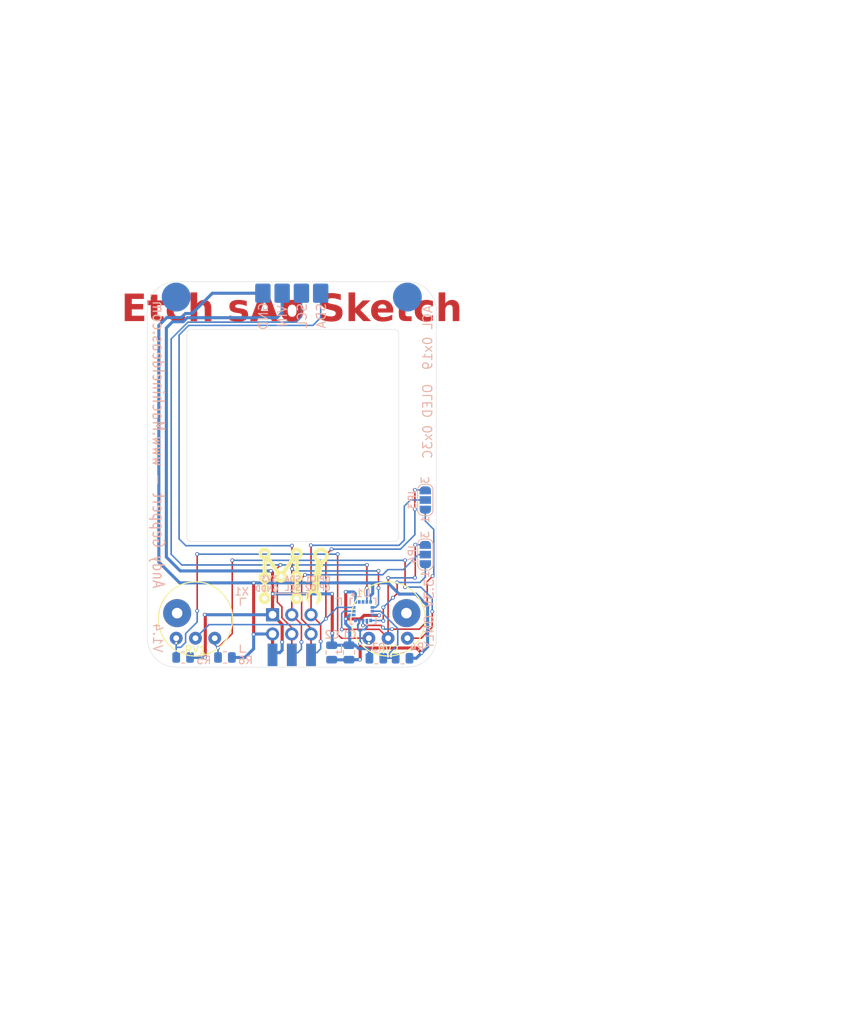
<source format=kicad_pcb>
(kicad_pcb (version 20240108) (generator "pcbnew") (generator_version "8.0")
  (title_block (title "SAO Sketch - PCB Layout") (date "2025-01-13") (rev "1.3") (company "Andy Geppert - Machine Ideas, LLC"))
  (layers (0 "F.Cu" signal) (31 "B.Cu" signal) (34 "B.Paste" user) (35 "F.Paste" user) (36 "B.SilkS" user "B.Silkscreen") (37 "F.SilkS" user "F.Silkscreen") (38 "B.Mask" user) (39 "F.Mask" user) (44 "Edge.Cuts" user))
  (net 0 "")
  (net 1 "VIN")
  (net 2 "Net-(U1-SDO{slash}SA0)")
  (net 3 "GND")
  (net 4 "/POT1L")
  (net 5 "/GPIO2")
  (net 6 "/INT1")
  (net 7 "Net-(R5-Pad2)")
  (net 8 "/GPIO1")
  (net 9 "Net-(R6-Pad1)")
  (net 10 "/SCL")
  (net 11 "/SDA")
  (net 12 "/POT2R")
  (net 13 "/INT2")
  (footprint "Andy_Footprint_Library:POT_RES3_91A_TTE" (layer "F.Cu") (at 65.6082 146.1656)
    (property "Reference" "RV1" (at 2.54 1.524 0) (layer "F.SilkS"))
    (property "Value" "R_POT_5K")
    (pad "1" thru_hole circle (at 0 0) (size 1.7 1.7) (drill 0.762) (layers "*.Cu" "*.Mask") (net 7 "Net-(R5-Pad2)"))
    (pad "2" thru_hole circle (at 2.54 0) (size 1.7 1.7) (drill 0.762) (layers "*.Cu" "*.Mask") (net 4 "/POT1L"))
    (pad "3" thru_hole circle (at 5.08 0) (size 1.7 1.7) (drill 0.762) (layers "*.Cu" "*.Mask") (net 9 "Net-(R6-Pad1)"))
  )
  (footprint "Andy_Footprint_Library:Badgelife-SAOv169-BADGE-2x3-Edge-Connect-no-front-text-shortened" (layer "F.Cu") (at 80.8482 144.3456)
    (property "Reference" "X1" (at -6.604 -4.318 0) (layer "B.SilkS") (effects (justify mirror)))
    (property "Value" "SAO_conn_SFH11-NBPC-D03-ST-BK")
    (fp_text user "GPIO1" (at 3.429 -5.969 0) (layer "B.SilkS") (effects (font (size 0.75 0.75)) (justify mirror)))
    (fp_text user "3V3" (at -2.921 -5.969 0) (layer "B.SilkS") (effects (font (size 0.75 0.75)) (justify mirror)))
    (fp_text user "GNDD" (at -3.302 -4.699 0) (layer "B.SilkS") (effects (font (size 0.75 0.75)) (justify mirror)))
    (fp_text user "SDA" (at 0.127 -5.969 0) (layer "B.SilkS") (effects (font (size 0.75 0.75)) (justify mirror)))
    (fp_text user "SCL" (at 0.127 -4.826 0) (layer "B.SilkS") (effects (font (size 0.75 0.75)) (justify mirror)))
    (fp_text user "GPIO2" (at 3.429 -4.826 0) (layer "B.SilkS") (effects (font (size 0.75 0.75)) (justify mirror)))
    (pad "1" thru_hole rect (at -2.54 -1.27 270) (size 1.7272 1.7272) (drill 1.016) (layers "*.Cu" "*.Mask") (net 1 "VIN"))
    (pad "1" smd rect (at -2.54 4.02) (size 1.27 2.96) (layers "B.Cu" "B.Mask") (net 1 "VIN"))
    (pad "2" thru_hole circle (at -2.54 1.27 270) (size 1.7272 1.7272) (drill 1.016) (layers "*.Cu" "*.Mask") (net 3 "GND"))
    (pad "2" smd rect (at -2.54 4.02) (size 1.27 2.96) (layers "F.Cu" "F.Mask") (net 3 "GND"))
    (pad "3" thru_hole oval (at 0 -1.27 270) (size 1.7272 1.7272) (drill 1.016) (layers "*.Cu" "*.Mask") (net 11 "/SDA"))
    (pad "3" smd rect (at 0 4.02) (size 1.27 2.96) (layers "B.Cu" "B.Mask") (net 11 "/SDA"))
    (pad "4" thru_hole oval (at 0 1.27 270) (size 1.7272 1.7272) (drill 1.016) (layers "*.Cu" "*.Mask") (net 10 "/SCL"))
    (pad "4" smd rect (at 0 4.02) (size 1.27 2.96) (layers "F.Cu" "F.Mask") (net 10 "/SCL"))
    (pad "5" thru_hole circle (at 2.54 -1.27 270) (size 1.7272 1.7272) (drill 1.016) (layers "*.Cu" "*.Mask") (net 8 "/GPIO1"))
    (pad "5" smd rect (at 2.54 4.02) (size 1.27 2.96) (layers "B.Cu" "B.Mask") (net 8 "/GPIO1"))
    (pad "6" thru_hole circle (at 2.54 1.27 270) (size 1.7272 1.7272) (drill 1.016) (layers "*.Cu" "*.Mask") (net 5 "/GPIO2"))
    (pad "6" smd rect (at 2.54 4.02) (size 1.27 2.96) (layers "F.Cu" "F.Mask") (net 5 "/GPIO2"))
  )
  (footprint "Andy_Footprint_Library:Machine_Ideas_logo" (layer "F.Cu") (at 81.530444 138.22024)
    (property "Reference" "L3" (hide yes))
    (property "Value" "Core_64_Logo" (hide yes))
  )
  (footprint "Andy_Footprint_Library:POT_RES3_91A_TTE" (layer "F.Cu") (at 91.0082 146.1656)
    (property "Reference" "RV2" (at 2.54 1.524 0) (layer "F.SilkS"))
    (property "Value" "R_POT_5K")
    (pad "1" thru_hole circle (at 0 0) (size 1.7 1.7) (drill 0.762) (layers "*.Cu" "*.Mask") (net 7 "Net-(R5-Pad2)"))
    (pad "2" thru_hole circle (at 2.54 0) (size 1.7 1.7) (drill 0.762) (layers "*.Cu" "*.Mask") (net 12 "/POT2R"))
    (pad "3" thru_hole circle (at 5.08 0) (size 1.7 1.7) (drill 0.762) (layers "*.Cu" "*.Mask") (net 9 "Net-(R6-Pad1)"))
  )
  (footprint "Jumper:SolderJumper-3_P1.3mm_Open_RoundedPad1.0x1.5mm_NumberLabels" (layer "B.Cu") (at 98.4504 127.9538 90)
    (property "Reference" "JP3" (at 0.127 -1.7018 90) (layer "B.SilkS") (effects (justify mirror)))
    (property "Value" "SolderJumper_3_Open")
    (fp_text user "3" (at 2.6 0 90) (layer "B.SilkS") (effects (justify mirror)))
    (fp_text user "1" (at -2.6 0 90) (layer "B.SilkS") (effects (justify mirror)))
    (pad "1" smd custom (at -1.3 0 90) (size 1 0.5) (layers "B.Cu" "B.Mask") (net 6 "/INT1") (options (clearance outline) (anchor rect)) (primitives (gr_circle (center 0 -0.25) (end 0.5 -0.25) (width 0) (fill yes)) (gr_circle (center 0 0.25) (end 0.5 0.25) (width 0) (fill yes)) (gr_poly (pts (xy 0.55 -0.75) (xy 0 -0.75) (xy 0 0.75) (xy 0.55 0.75)) (width 0) (fill yes))))
    (pad "2" smd rect (at 0 0 90) (size 1 1.5) (layers "B.Cu" "B.Mask") (net 8 "/GPIO1"))
    (pad "3" smd custom (at 1.3 0 90) (size 1 0.5) (layers "B.Cu" "B.Mask") (net 4 "/POT1L") (options (clearance outline) (anchor rect)) (primitives (gr_circle (center 0 -0.25) (end 0.5 -0.25) (width 0) (fill yes)) (gr_circle (center 0 0.25) (end 0.5 0.25) (width 0) (fill yes)) (gr_poly (pts (xy 0 -0.75) (xy -0.55 -0.75) (xy -0.55 0.75) (xy 0 0.75)) (width 0) (fill yes))))
  )
  (footprint "Andy_Footprint_Library:LGA-16_3x3x1mm_STM" (layer "B.Cu") (at 90.2462 142.6096 -90)
    (property "Reference" "U1" (at -2.3876 -0.0254 0) (layer "B.SilkS") (effects (justify mirror)))
    (property "Value" "LIS3DHTR")
    (fp_text user "*" (at -2.5146 1.3462 180) (layer "B.SilkS") (effects (justify mirror)))
    (pad "1" smd rect (at -1.224999 1.000001 180) (size 0.3556 0.4572) (layers "B.Cu" "B.Paste" "B.Mask") (net 1 "VIN"))
    (pad "2" smd rect (at -1.224999 0.499999 180) (size 0.3556 0.4572) (layers "B.Cu" "B.Paste" "B.Mask"))
    (pad "3" smd rect (at -1.224999 0 180) (size 0.3556 0.4572) (layers "B.Cu" "B.Paste" "B.Mask"))
    (pad "4" smd rect (at -1.224999 -0.499999 180) (size 0.3556 0.4572) (layers "B.Cu" "B.Paste" "B.Mask") (net 10 "/SCL"))
    (pad "5" smd rect (at -1.224999 -1.000001 180) (size 0.3556 0.4572) (layers "B.Cu" "B.Paste" "B.Mask") (net 3 "GND"))
    (pad "6" smd rect (at -0.499999 -1.224999 270) (size 0.3556 0.4572) (layers "B.Cu" "B.Paste" "B.Mask") (net 11 "/SDA"))
    (pad "7" smd rect (at 0 -1.224999 270) (size 0.3556 0.4572) (layers "B.Cu" "B.Paste" "B.Mask") (net 2 "Net-(U1-SDO{slash}SA0)"))
    (pad "8" smd rect (at 0.499999 -1.224999 270) (size 0.3556 0.4572) (layers "B.Cu" "B.Paste" "B.Mask") (net 1 "VIN"))
    (pad "9" smd rect (at 1.224999 -1.000001 180) (size 0.3556 0.4572) (layers "B.Cu" "B.Paste" "B.Mask") (net 13 "/INT2"))
    (pad "10" smd rect (at 1.224999 -0.499999 180) (size 0.3556 0.4572) (layers "B.Cu" "B.Paste" "B.Mask") (net 3 "GND"))
    (pad "11" smd rect (at 1.224999 0 180) (size 0.3556 0.4572) (layers "B.Cu" "B.Paste" "B.Mask") (net 6 "/INT1"))
    (pad "12" smd rect (at 1.224999 0.499999 180) (size 0.3556 0.4572) (layers "B.Cu" "B.Paste" "B.Mask") (net 3 "GND"))
    (pad "13" smd rect (at 1.224999 1.000001 180) (size 0.3556 0.4572) (layers "B.Cu" "B.Paste" "B.Mask"))
    (pad "14" smd rect (at 0.499999 1.224999 270) (size 0.3556 0.4572) (layers "B.Cu" "B.Paste" "B.Mask") (net 1 "VIN"))
    (pad "15" smd rect (at 0 1.224999 270) (size 0.3556 0.4572) (layers "B.Cu" "B.Paste" "B.Mask") (net 12 "/POT2R"))
    (pad "16" smd rect (at -0.499999 1.224999 270) (size 0.3556 0.4572) (layers "B.Cu" "B.Paste" "B.Mask") (net 4 "/POT1L"))
  )
  (footprint "Andy_Footprint_Library:OLED_1.50_128x128" (layer "B.Cu") (at 80.8482 122.0356 180)
    (property "Reference" "X2" (hide yes))
    (property "Value" "OLED_128x128")
    (fp_line (start 13.843 -10.862) (end 13.843 16.062) (stroke (width 0.05)) (layer "Edge.Cuts"))
    (fp_line (start 13.335 16.57) (end -13.589 16.57) (stroke (width 0.05)) (layer "Edge.Cuts"))
    (fp_line (start -13.589 -11.37) (end 13.335 -11.37) (stroke (width 0.05)) (layer "Edge.Cuts"))
    (fp_line (start -14.097 16.062) (end -14.097 -10.862) (stroke (width 0.05)) (layer "Edge.Cuts"))
    (fp_arc (start 13.843 16.062) (mid 13.69421 16.42121) (end 13.335 16.57) (stroke (width 0.05)) (layer "Edge.Cuts"))
    (fp_arc (start 13.335 -11.37) (mid 13.69421 -11.22121) (end 13.843 -10.862) (stroke (width 0.05)) (layer "Edge.Cuts"))
    (fp_arc (start -13.589 16.57) (mid -13.94821 16.42121) (end -14.097 16.062) (stroke (width 0.05)) (layer "Edge.Cuts"))
    (fp_arc (start -14.097 -10.862) (mid -13.94821 -11.22121) (end -13.589 -11.37) (stroke (width 0.05)) (layer "Edge.Cuts"))
    (pad "1" smd roundrect (at 3.81 21.336 180) (size 2.032 2.54) (layers "B.Cu" "B.Paste" "B.Mask") (roundrect_rratio 0.125) (net 3 "GND"))
    (pad "2" smd roundrect (at 1.27 21.336 180) (size 2.032 2.54) (layers "B.Cu" "B.Paste" "B.Mask") (roundrect_rratio 0.125) (net 1 "VIN"))
    (pad "3" smd roundrect (at -1.27 21.336 180) (size 2.032 2.54) (layers "B.Cu" "B.Paste" "B.Mask") (roundrect_rratio 0.125) (net 10 "/SCL"))
    (pad "4" smd roundrect (at -3.81 21.336 180) (size 2.032 2.54) (layers "B.Cu" "B.Paste" "B.Mask") (roundrect_rratio 0.125) (net 11 "/SDA"))
    (pad "NC" smd circle (at -15.24 20.828 180) (size 3.81 3.81) (layers "B.Cu" "B.Paste" "B.Mask"))
    (pad "NC" thru_hole circle (at -15.115 -20.828 180) (size 3.7 3.7) (drill 1.4) (layers "*.Cu" "*.Mask"))
    (pad "NC" thru_hole circle (at 15.115 -20.828 180) (size 3.7 3.7) (drill 1.4) (layers "*.Cu" "*.Mask"))
    (pad "NC" smd circle (at 15.24 20.828 180) (size 3.81 3.81) (layers "B.Cu" "B.Paste" "B.Mask"))
  )
  (footprint "Resistor_SMD:R_0805_2012Metric" (layer "B.Cu") (at 92.0007 148.8072)
    (property "Reference" "R3" (at 0.2521 -1.4224 0) (layer "B.SilkS") (effects (justify mirror)))
    (property "Value" "10K")
    (pad "1" smd roundrect (at -0.9125 0) (size 1.025 1.4) (layers "B.Cu" "B.Paste" "B.Mask") (roundrect_rratio 0.243902) (net 1 "VIN"))
    (pad "2" smd roundrect (at 0.9125 0) (size 1.025 1.4) (layers "B.Cu" "B.Paste" "B.Mask") (roundrect_rratio 0.243902) (net 2 "Net-(U1-SDO{slash}SA0)"))
  )
  (footprint "Resistor_SMD:R_0805_2012Metric" (layer "B.Cu") (at 95.4532 148.8072)
    (property "Reference" "R4" (at 1.895 -1.4478 0) (layer "B.SilkS") (effects (justify mirror)))
    (property "Value" "10K")
    (pad "1" smd roundrect (at -0.9125 0) (size 1.025 1.4) (layers "B.Cu" "B.Paste" "B.Mask") (roundrect_rratio 0.243902) (net 2 "Net-(U1-SDO{slash}SA0)"))
    (pad "2" smd roundrect (at 0.9125 0) (size 1.025 1.4) (layers "B.Cu" "B.Paste" "B.Mask") (roundrect_rratio 0.243902) (net 3 "GND"))
  )
  (footprint "Capacitor_SMD:C_0805_2012Metric" (layer "B.Cu") (at 88.392 148.0452 -90)
    (property "Reference" "C1" (at -2.3876 -0.0254 180) (layer "B.SilkS") (effects (justify mirror)))
    (property "Value" "0.1uF")
    (pad "1" smd roundrect (at -0.95 0 270) (size 1 1.45) (layers "B.Cu" "B.Paste" "B.Mask") (net 1 "VIN"))
    (pad "2" smd roundrect (at 0.95 0 270) (size 1 1.45) (layers "B.Cu" "B.Paste" "B.Mask") (net 3 "GND"))
  )
  (footprint "Resistor_SMD:R_0805_2012Metric" (layer "B.Cu") (at 66.5226 148.7056 180)
    (property "Reference" "R5" (at -2.7256 -0.37 0) (layer "B.SilkS") (effects (justify mirror)))
    (property "Value" "10K")
    (pad "1" smd roundrect (at -0.9125 0 180) (size 1.025 1.4) (layers "B.Cu" "B.Paste" "B.Mask") (roundrect_rratio 0.243902) (net 1 "VIN"))
    (pad "2" smd roundrect (at 0.9125 0 180) (size 1.025 1.4) (layers "B.Cu" "B.Paste" "B.Mask") (roundrect_rratio 0.243902) (net 7 "Net-(R5-Pad2)"))
  )
  (footprint "Resistor_SMD:R_0805_2012Metric" (layer "B.Cu") (at 72.0344 148.7056)
    (property "Reference" "R6" (at 2.7138 0.37 0) (layer "B.SilkS") (effects (justify mirror)))
    (property "Value" "4K7")
    (pad "1" smd roundrect (at -0.9125 0) (size 1.025 1.4) (layers "B.Cu" "B.Paste" "B.Mask") (roundrect_rratio 0.243902) (net 9 "Net-(R6-Pad1)"))
    (pad "2" smd roundrect (at 0.9125 0) (size 1.025 1.4) (layers "B.Cu" "B.Paste" "B.Mask") (roundrect_rratio 0.243902) (net 3 "GND"))
  )
  (footprint "Capacitor_SMD:C_0805_2012Metric" (layer "B.Cu") (at 86.106 148.0452 -90)
    (property "Reference" "C2" (at -2.3368 -0.0508 180) (layer "B.SilkS") (effects (justify mirror)))
    (property "Value" "10uF")
    (pad "1" smd roundrect (at -0.95 0 270) (size 1 1.45) (layers "B.Cu" "B.Paste" "B.Mask") (net 1 "VIN"))
    (pad "2" smd roundrect (at 0.95 0 270) (size 1 1.45) (layers "B.Cu" "B.Paste" "B.Mask") (net 3 "GND"))
  )
  (footprint "Jumper:SolderJumper-3_P1.3mm_Open_RoundedPad1.0x1.5mm_NumberLabels" (layer "B.Cu") (at 98.4504 135.142 90)
    (property "Reference" "JP4" (at 0.1524 -1.7018 90) (layer "B.SilkS") (effects (justify mirror)))
    (property "Value" "SolderJumper_3_Open")
    (fp_text user "1" (at -2.6 0 90) (layer "B.SilkS") (effects (justify mirror)))
    (fp_text user "3" (at 2.6 0 90) (layer "B.SilkS") (effects (justify mirror)))
    (pad "1" smd custom (at -1.3 0 90) (size 1 0.5) (layers "B.Cu" "B.Mask") (net 13 "/INT2") (options (clearance outline) (anchor rect)) (primitives (gr_circle (center 0 -0.25) (end 0.5 -0.25) (width 0) (fill yes)) (gr_circle (center 0 0.25) (end 0.5 0.25) (width 0) (fill yes)) (gr_poly (pts (xy 0.55 -0.75) (xy 0 -0.75) (xy 0 0.75) (xy 0.55 0.75)) (width 0) (fill yes))))
    (pad "2" smd rect (at 0 0 90) (size 1 1.5) (layers "B.Cu" "B.Mask") (net 5 "/GPIO2"))
    (pad "3" smd custom (at 1.3 0 90) (size 1 0.5) (layers "B.Cu" "B.Mask") (net 12 "/POT2R") (options (clearance outline) (anchor rect)) (primitives (gr_circle (center 0 -0.25) (end 0.5 -0.25) (width 0) (fill yes)) (gr_circle (center 0 0.25) (end 0.5 0.25) (width 0) (fill yes)) (gr_poly (pts (xy 0 -0.75) (xy -0.55 -0.75) (xy -0.55 0.75) (xy 0 0.75)) (width 0) (fill yes))))
  )
  (gr_line (start 99.8982 102.9856) (end 99.8982 146.1656) (stroke (width 0.05)) (layer "Edge.Cuts"))
  (gr_arc (start 61.7982 102.9856) (mid 62.914123 100.291523) (end 65.6082 99.1756) (stroke (width 0.05)) (layer "Edge.Cuts"))
  (gr_line (start 61.7982 146.1656) (end 61.7982 102.9856) (stroke (width 0.05)) (layer "Edge.Cuts"))
  (gr_arc (start 96.0882 99.1756) (mid 98.782277 100.291523) (end 99.8982 102.9856) (stroke (width 0.05)) (layer "Edge.Cuts"))
  (gr_line (start 65.6082 149.9756) (end 96.0882 149.9756) (stroke (width 0.05)) (layer "Edge.Cuts"))
  (gr_arc (start 99.8982 146.1656) (mid 98.782277 148.859677) (end 96.0882 149.9756) (stroke (width 0.05)) (layer "Edge.Cuts"))
  (gr_arc (start 65.6082 149.9756) (mid 62.914123 148.859677) (end 61.7982 146.1656) (stroke (width 0.05)) (layer "Edge.Cuts"))
  (gr_line (start 65.6082 99.1756) (end 96.0882 99.1756) (stroke (width 0.05)) (layer "Edge.Cuts"))
  (gr_text "Etch sAo Sketch" (at 80.8482 104.9756 0) (layer "F.Cu") (effects (font (size 3.556 3.556) (thickness 0.508) (bold yes)) (justify bottom)))
  (gr_text "3.3V ONLY" (at 98.9584 142.9398 90) (layer "B.SilkS") (effects (font (size 1.2 1.2)) (justify mirror)))
  (gr_text "SCL" (at 82.2198 103.646 90) (layer "B.SilkS") (effects (font (size 1.2 1.2) (thickness 0.1524)) (justify mirror)))
  (gr_text "SDA" (at 84.7344 103.6714 90) (layer "B.SilkS") (effects (font (size 1.2 1.2) (thickness 0.1524)) (justify mirror)))
  (gr_text "ACL 0x19  OLED 0x3C" (at 98.7552 112.409 90) (layer "B.SilkS") (effects (font (size 1.2 1.2)) (justify mirror)))
  (gr_text "GND" (at 77.0982 103.7256 90) (layer "B.SilkS") (effects (font (size 1.2 1.2) (thickness 0.1524)) (justify mirror)))
  (gr_text "V1.4" (at 63.1698 146.1148 270) (layer "B.SilkS") (effects (font (size 1.2 1.2)) (justify mirror)))
  (gr_text "VIN" (at 79.5982 103.7256 90) (layer "B.SilkS") (effects (font (size 1.2 1.2) (thickness 0.1524)) (justify mirror)))
  (gr_text "Andy Geppert - www.MachineIdeas.com" (at 63.2714 120.6386 270) (layer "B.SilkS") (effects (font (size 1.524 1.27) (thickness 0.1778)) (justify mirror)))
  (segment (start 69.3674 143.0756) (end 69.4482 143.1564) (width 0.4064) (layer "F.Cu") (net 1))
  (segment (start 87.9602 143.6256) (end 89.916 143.6256) (width 0.4064) (layer "F.Cu") (net 1))
  (segment (start 69.4482 143.1564) (end 69.4482 148.6248) (width 0.4064) (layer "F.Cu") (net 1))
  (segment (start 89.916 143.6256) (end 90.382289 143.159311) (width 0.4064) (layer "F.Cu") (net 1))
  (segment (start 79.5782 144.3456) (end 78.3082 143.0756) (width 0.4064) (layer "F.Cu") (net 1))
  (segment (start 86.1822 140.3236) (end 86.1568 140.3236) (width 0.4064) (layer "F.Cu") (net 1))
  (segment (start 87.9602 140.0696) (end 87.9602 143.6256) (width 0.4064) (layer "F.Cu") (net 1))
  (segment (start 90.382289 143.159311) (end 92.363489 143.159311) (width 0.4064) (layer "F.Cu") (net 1))
  (segment (start 78.3336 140.3236) (end 78.3082 140.3236) (width 0.4064) (layer "F.Cu") (net 1))
  (segment (start 78.3082 137.511) (end 78.3082 143.0756) (width 0.4064) (layer "F.Cu") (net 1))
  (segment (start 78.0982 137.301) (end 78.3082 137.511) (width 0.4064) (layer "F.Cu") (net 1))
  (segment (start 86.1822 145.5052) (end 86.1822 140.3236) (width 0.4064) (layer "F.Cu") (net 1))
  (segment (start 79.5782 146.6756) (end 79.5782 144.3456) (width 0.4064) (layer "F.Cu") (net 1))
  (segment (start 69.4482 148.6248) (end 69.3674 148.7056) (width 0.4064) (layer "F.Cu") (net 1))
  (via (at 86.1568 140.3236) (size 0.508) (drill 0.3048) (layers "F.Cu" "B.Cu") (net 1))
  (via (at 69.3674 143.0756) (size 0.508) (drill 0.3048) (layers "F.Cu" "B.Cu") (net 1))
  (via (at 87.9602 143.6256) (size 0.508) (drill 0.3048) (layers "F.Cu" "B.Cu") (net 1))
  (via (at 86.1822 145.5052) (size 0.508) (drill 0.3048) (layers "F.Cu" "B.Cu") (net 1))
  (via (at 87.9602 140.0696) (size 0.508) (drill 0.3048) (layers "F.Cu" "B.Cu") (net 1))
  (via (at 79.5782 146.6756) (size 0.508) (drill 0.3048) (layers "F.Cu" "B.Cu") (net 1))
  (via (at 78.3336 140.3236) (size 0.508) (drill 0.3048) (layers "F.Cu" "B.Cu") (net 1))
  (via (at 92.363489 143.159311) (size 0.508) (drill 0.3048) (layers "F.Cu" "B.Cu") (net 1))
  (via (at 69.3674 148.7056) (size 0.508) (drill 0.3048) (layers "F.Cu" "B.Cu") (net 1))
  (via (at 78.0982 137.301) (size 0.508) (drill 0.3048) (layers "F.Cu" "B.Cu") (net 1))
  (segment (start 89.6598 147.5372) (end 90.7796 147.5372) (width 0.4064) (layer "B.Cu") (net 1))
  (segment (start 88.392 147.0952) (end 89.2178 147.0952) (width 0.4064) (layer "B.Cu") (net 1))
  (segment (start 91.471199 143.109599) (end 92.313777 143.109599) (width 0.2032) (layer "B.Cu") (net 1))
  (segment (start 64.3128 105.2716) (end 65.1256 104.4588) (width 0.4064) (layer "B.Cu") (net 1))
  (segment (start 92.313777 143.109599) (end 92.363489 143.159311) (width 0.2032) (layer "B.Cu") (net 1))
  (segment (start 89.2178 147.0952) (end 89.6598 147.5372) (width 0.4064) (layer "B.Cu") (net 1))
  (segment (start 88.476201 143.109599) (end 87.9602 143.6256) (width 0.4064) (layer "B.Cu") (net 1))
  (segment (start 88.4936 146.9936) (end 88.4936 144.794) (width 0.4064) (layer "B.Cu") (net 1))
  (segment (start 82.8548 140.3236) (end 78.3336 140.3236) (width 0.4064) (layer "B.Cu") (net 1))
  (segment (start 69.3674 143.0756) (end 78.3082 143.0756) (width 0.4064) (layer "B.Cu") (net 1))
  (segment (start 79.2532 148.0706) (end 78.3082 148.0706) (width 0.4064) (layer "B.Cu") (net 1))
  (segment (start 67.056 103.9254) (end 78.8924 103.9254) (width 0.4064) (layer "B.Cu") (net 1))
  (segment (start 89.2302 140.5776) (end 89.2302 141.368602) (width 0.3048) (layer "B.Cu") (net 1))
  (segment (start 86.1822 147.0952) (end 86.1822 145.5052) (width 0.4064) (layer "B.Cu") (net 1))
  (segment (start 64.3128 135.4722) (end 64.3128 105.2716) (width 0.4064) (layer "B.Cu") (net 1))
  (segment (start 86.1568 140.3236) (end 82.8548 140.3236) (width 0.4064) (layer "B.Cu") (net 1))
  (segment (start 89.0016 140.0696) (end 89.2302 140.2982) (width 0.4064) (layer "B.Cu") (net 1))
  (segment (start 78.0982 137.301) (end 66.1416 137.301) (width 0.4064) (layer "B.Cu") (net 1))
  (segment (start 79.5782 147.7456) (end 79.2532 148.0706) (width 0.4064) (layer "B.Cu") (net 1))
  (segment (start 78.8924 103.9254) (end 79.5782 103.2396) (width 0.4064) (layer "B.Cu") (net 1))
  (segment (start 87.9602 144.2606) (end 87.9602 143.6256) (width 0.4064) (layer "B.Cu") (net 1))
  (segment (start 79.5782 146.6756) (end 79.5782 147.7456) (width 0.4064) (layer "B.Cu") (net 1))
  (segment (start 88.392 147.0952) (end 86.1822 147.0952) (width 0.4064) (layer "B.Cu") (net 1))
  (segment (start 66.5226 104.4588) (end 67.056 103.9254) (width 0.4064) (layer "B.Cu") (net 1))
  (segment (start 90.7796 147.5372) (end 91.0882 147.8458) (width 0.4064) (layer "B.Cu") (net 1))
  (segment (start 88.4936 144.794) (end 87.9602 144.2606) (width 0.4064) (layer "B.Cu") (net 1))
  (segment (start 88.392 147.0952) (end 88.4936 146.9936) (width 0.4064) (layer "B.Cu") (net 1))
  (segment (start 91.0882 147.8458) (end 91.0882 148.8072) (width 0.4064) (layer "B.Cu") (net 1))
  (segment (start 65.1256 104.4588) (end 66.5226 104.4588) (width 0.4064) (layer "B.Cu") (net 1))
  (segment (start 66.1416 137.301) (end 64.3128 135.4722) (width 0.4064) (layer "B.Cu") (net 1))
  (segment (start 87.9602 140.0696) (end 89.0016 140.0696) (width 0.4064) (layer "B.Cu") (net 1))
  (segment (start 89.2302 140.2982) (end 89.2302 140.5776) (width 0.4064) (layer "B.Cu") (net 1))
  (segment (start 79.5782 103.2396) (end 79.5782 100.6996) (width 0.4064) (layer "B.Cu") (net 1))
  (segment (start 89.021201 143.109599) (end 88.476201 143.109599) (width 0.3048) (layer "B.Cu") (net 1))
  (segment (start 69.3674 148.7056) (end 67.4351 148.7056) (width 0.4064) (layer "B.Cu") (net 1))
  (segment (start 93.726 148.8072) (end 92.9132 148.8072) (width 0.2032) (layer "B.Cu") (net 2))
  (segment (start 92.5322 142.6096) (end 94.8182 144.8956) (width 0.2032) (layer "B.Cu") (net 2))
  (segment (start 94.8182 144.8956) (end 94.8182 147.0292) (width 0.2032) (layer "B.Cu") (net 2))
  (segment (start 93.726 148.8072) (end 94.5407 148.8072) (width 0.2032) (layer "B.Cu") (net 2))
  (segment (start 93.726 148.1214) (end 93.726 148.8072) (width 0.2032) (layer "B.Cu") (net 2))
  (segment (start 94.8182 147.0292) (end 93.726 148.1214) (width 0.2032) (layer "B.Cu") (net 2))
  (segment (start 91.471199 142.6096) (end 92.5322 142.6096) (width 0.2032) (layer "B.Cu") (net 2))
  (segment (start 75.819 138.8758) (end 75.819 145.6756) (width 0.4064) (layer "F.Cu") (net 3))
  (segment (start 97.9551 148.1087) (end 97.3074 147.461) (width 0.4064) (layer "F.Cu") (net 3))
  (segment (start 89.8652 148.9342) (end 89.8144 148.985) (width 0.4064) (layer "F.Cu") (net 3))
  (segment (start 97.3074 147.461) (end 89.8652 147.461) (width 0.4064) (layer "F.Cu") (net 3))
  (segment (start 78.3082 145.6156) (end 78.3082 148.0706) (width 0.4064) (layer "F.Cu") (net 3))
  (segment (start 89.8652 146.8756) (end 89.8652 148.9342) (width 0.4064) (layer "F.Cu") (net 3))
  (via (at 89.8652 146.8756) (size 0.508) (drill 0.3048) (layers "F.Cu" "B.Cu") (net 3))
  (via (at 97.9551 148.1087) (size 0.508) (drill 0.3048) (layers "F.Cu" "B.Cu") (net 3))
  (via (at 75.819 138.8758) (size 0.508) (drill 0.3048) (layers "F.Cu" "B.Cu") (net 3))
  (via (at 75.819 145.6756) (size 0.508) (drill 0.3048) (layers "F.Cu" "B.Cu") (net 3))
  (via (at 89.8144 148.985) (size 0.508) (drill 0.3048) (layers "F.Cu" "B.Cu") (net 3))
  (segment (start 75.819 147.5626) (end 74.676 148.7056) (width 0.4064) (layer "B.Cu") (net 3))
  (segment (start 67.7072 103.3666) (end 70.3742 100.6996) (width 0.4064) (layer "B.Cu") (net 3))
  (segment (start 66.824538 103.3666) (end 67.7072 103.3666) (width 0.4064) (layer "B.Cu") (net 3))
  (segment (start 86.1314 149.0206) (end 86.106 148.9952) (width 0.4064) (layer "B.Cu") (net 3))
  (segment (start 90.776771 144.69663) (end 90.464313 145.009088) (width 0.254) (layer "B.Cu") (net 3))
  (segment (start 91.246201 140.5522) (end 91.246201 141.384601) (width 0.2032) (layer "B.Cu") (net 3))
  (segment (start 63.3222 104.9414) (end 64.3636 103.9) (width 0.4064) (layer "B.Cu") (net 3))
  (segment (start 66.291138 103.9) (end 66.824538 103.3666) (width 0.4064) (layer "B.Cu") (net 3))
  (segment (start 70.3742 100.6996) (end 77.0382 100.6996) (width 0.4064) (layer "B.Cu") (net 3))
  (segment (start 88.392 148.9952) (end 88.3666 149.0206) (width 0.4064) (layer "B.Cu") (net 3))
  (segment (start 89.8144 148.985) (end 89.8042 148.9952) (width 0.4064) (layer "B.Cu") (net 3))
  (segment (start 89.5604 144.3634) (end 89.746201 144.177599) (width 0.254) (layer "B.Cu") (net 3))
  (segment (start 63.3222 136.1326) (end 63.3222 104.9414) (width 0.4064) (layer "B.Cu") (net 3))
  (segment (start 98.7552 141.900114) (end 97.204086 140.349) (width 0.4064) (layer "B.Cu") (net 3))
  (segment (start 89.8652 145.2766) (end 89.5604 144.9718) (width 0.254) (layer "B.Cu") (net 3))
  (segment (start 97.204086 140.349) (end 94.996 140.349) (width 0.4064) (layer "B.Cu") (net 3))
  (segment (start 64.3636 103.9) (end 66.291138 103.9) (width 0.4064) (layer "B.Cu") (net 3))
  (segment (start 75.819 138.8758) (end 91.567 138.8758) (width 0.4064) (layer "B.Cu") (net 3))
  (segment (start 91.5162 140.282201) (end 91.5162 138.9266) (width 0.4064) (layer "B.Cu") (net 3))
  (segment (start 90.746199 143.834599) (end 90.746199 144.123599) (width 0.254) (layer "B.Cu") (net 3))
  (segment (start 94.996 140.349) (end 93.5228 138.8758) (width 0.4064) (layer "B.Cu") (net 3))
  (segment (start 90.776771 144.154171) (end 90.776771 144.69663) (width 0.254) (layer "B.Cu") (net 3))
  (segment (start 91.246201 140.5522) (end 91.5162 140.282201) (width 0.4064) (layer "B.Cu") (net 3))
  (segment (start 75.819 145.6756) (end 75.879 145.6156) (width 0.4064) (layer "B.Cu") (net 3))
  (segment (start 88.3666 149.0206) (end 86.1314 149.0206) (width 0.4064) (layer "B.Cu") (net 3))
  (segment (start 93.5228 138.8758) (end 91.567 138.8758) (width 0.4064) (layer "B.Cu") (net 3))
  (segment (start 90.132712 145.009088) (end 89.8652 145.2766) (width 0.254) (layer "B.Cu") (net 3))
  (segment (start 75.819 138.8758) (end 66.0654 138.8758) (width 0.4064) (layer "B.Cu") (net 3))
  (segment (start 89.8652 145.2766) (end 89.8652 146.8756) (width 0.254) (layer "B.Cu") (net 3))
  (segment (start 97.2566 148.8072) (end 97.9551 148.1087) (width 0.4064) (layer "B.Cu") (net 3))
  (segment (start 90.746199 144.123599) (end 90.776771 144.154171) (width 0.254) (layer "B.Cu") (net 3))
  (segment (start 75.819 145.6756) (end 75.819 147.5626) (width 0.4064) (layer "B.Cu") (net 3))
  (segment (start 74.676 148.7056) (end 72.9469 148.7056) (width 0.4064) (layer "B.Cu") (net 3))
  (segment (start 98.7552 147.3086) (end 98.7552 141.900114) (width 0.4064) (layer "B.Cu") (net 3))
  (segment (start 75.879 145.6156) (end 78.3082 145.6156) (width 0.4064) (layer "B.Cu") (net 3))
  (segment (start 66.0654 138.8758) (end 63.3222 136.1326) (width 0.4064) (layer "B.Cu") (net 3))
  (segment (start 89.5604 144.9718) (end 89.5604 144.3634) (width 0.254) (layer "B.Cu") (net 3))
  (segment (start 89.746201 144.177599) (end 89.746201 143.834599) (width 0.254) (layer "B.Cu") (net 3))
  (segment (start 89.8042 148.9952) (end 88.392 148.9952) (width 0.4064) (layer "B.Cu") (net 3))
  (segment (start 97.9551 148.1087) (end 98.7552 147.3086) (width 0.4064) (layer "B.Cu") (net 3))
  (segment (start 96.3657 148.8072) (end 97.2566 148.8072) (width 0.4064) (layer "B.Cu") (net 3))
  (segment (start 90.464313 145.009088) (end 90.132712 145.009088) (width 0.254) (layer "B.Cu") (net 3))
  (segment (start 97.0788 129.173) (end 97.0788 126.633) (width 0.2032) (layer "F.Cu") (net 4))
  (segment (start 85.344 135.185) (end 86.0982 134.4308) (width 0.2032) (layer "F.Cu") (net 4))
  (segment (start 85.344 143.6002) (end 85.344 135.185) (width 0.2032) (layer "F.Cu") (net 4))
  (segment (start 86.0982 134.4308) (end 85.8696 134.6594) (width 0.2032) (layer "F.Cu") (net 4))
  (via (at 85.344 143.6002) (size 0.508) (drill 0.3048) (layers "F.Cu" "B.Cu") (net 4))
  (via (at 97.0788 126.633) (size 0.508) (drill 0.3048) (layers "F.Cu" "B.Cu") (net 4))
  (via (at 97.0788 129.173) (size 0.508) (drill 0.3048) (layers "F.Cu" "B.Cu") (net 4))
  (via (at 86.0982 134.4308) (size 0.508) (drill 0.3048) (layers "F.Cu" "B.Cu") (net 4))
  (segment (start 85.344 143.6002) (end 84.5686 144.3756) (width 0.2032) (layer "B.Cu") (net 4))
  (segment (start 85.344 143.6002) (end 86.834599 142.109601) (width 0.2032) (layer "B.Cu") (net 4))
  (segment (start 84.5686 144.3756) (end 69.9382 144.3756) (width 0.2032) (layer "B.Cu") (net 4))
  (segment (start 97.0788 132.5258) (end 97.0788 129.173) (width 0.2032) (layer "B.Cu") (net 4))
  (segment (start 97.0788 126.633) (end 98.4296 126.633) (width 0.2032) (layer "B.Cu") (net 4))
  (segment (start 86.0982 134.4308) (end 95.1738 134.4308) (width 0.2032) (layer "B.Cu") (net 4))
  (segment (start 98.4296 126.633) (end 98.4504 126.6538) (width 0.2032) (layer "B.Cu") (net 4))
  (segment (start 86.834599 142.109601) (end 89.021201 142.109601) (width 0.2032) (layer "B.Cu") (net 4))
  (segment (start 69.9382 144.3756) (end 68.1482 146.1656) (width 0.2032) (layer "B.Cu") (net 4))
  (segment (start 95.1738 134.4308) (end 97.0788 132.5258) (width 0.2032) (layer "B.Cu") (net 4))
  (segment (start 82.5982 137.809) (end 82.1436 138.2636) (width 0.2032) (layer "F.Cu") (net 5))
  (segment (start 83.3882 145.6156) (end 83.3882 148.0706) (width 0.2032) (layer "F.Cu") (net 5))
  (segment (start 83.3882 144.897179) (end 83.3882 145.6156) (width 0.2032) (layer "F.Cu") (net 5))
  (segment (start 82.1436 143.652579) (end 83.3882 144.897179) (width 0.2032) (layer "F.Cu") (net 5))
  (segment (start 82.1436 138.2636) (end 82.1436 143.652579) (width 0.2032) (layer "F.Cu") (net 5))
  (via (at 82.5982 137.809) (size 0.508) (drill 0.3048) (layers "F.Cu" "B.Cu") (net 5))
  (segment (start 93.5228 137.1232) (end 95.5548 137.1232) (width 0.2032) (layer "B.Cu") (net 5))
  (segment (start 92.837 137.809) (end 93.5228 137.1232) (width 0.2032) (layer "B.Cu") (net 5))
  (segment (start 95.5548 137.1232) (end 97.536 135.142) (width 0.2032) (layer "B.Cu") (net 5))
  (segment (start 82.5982 137.809) (end 92.837 137.809) (width 0.2032) (layer "B.Cu") (net 5))
  (segment (start 97.536 135.142) (end 98.4504 135.142) (width 0.2032) (layer "B.Cu") (net 5))
  (segment (start 90.243371 144.475688) (end 90.243459 144.4756) (width 0.2032) (layer "F.Cu") (net 6))
  (segment (start 97.6592 144.9756) (end 94.06 144.9756) (width 0.2032) (layer "F.Cu") (net 6))
  (segment (start 98.7044 143.9304) (end 97.6592 144.9756) (width 0.2032) (layer "F.Cu") (net 6))
  (segment (start 90.243459 144.4756) (end 92.57662 144.4756) (width 0.2032) (layer "F.Cu") (net 6))
  (segment (start 98.7044 138.698) (end 98.7044 143.9304) (width 0.2032) (layer "F.Cu") (net 6))
  (segment (start 94.06 144.9756) (end 94.0562 144.9718) (width 0.2032) (layer "F.Cu") (net 6))
  (segment (start 92.57662 144.4756) (end 92.86962 144.7686) (width 0.2032) (layer "F.Cu") (net 6))
  (segment (start 99.4156 137.9868) (end 98.7044 138.698) (width 0.2032) (layer "F.Cu") (net 6))
  (via (at 92.86962 144.7686) (size 0.508) (drill 0.3048) (layers "F.Cu" "B.Cu") (net 6))
  (via (at 90.243371 144.475688) (size 0.508) (drill 0.3048) (layers "F.Cu" "B.Cu") (net 6))
  (via (at 99.4156 137.9868) (size 0.508) (drill 0.3048) (layers "F.Cu" "B.Cu") (net 6))
  (via (at 94.0562 144.9718) (size 0.508) (drill 0.3048) (layers "F.Cu" "B.Cu") (net 6))
  (segment (start 99.568 131.84) (end 98.4504 130.7224) (width 0.2032) (layer "B.Cu") (net 6))
  (segment (start 99.4156 137.9868) (end 99.568 137.8344) (width 0.2032) (layer "B.Cu") (net 6))
  (segment (start 90.2462 144.472859) (end 90.2462 143.834599) (width 0.2032) (layer "B.Cu") (net 6))
  (segment (start 99.568 137.8344) (end 99.568 131.84) (width 0.2032) (layer "B.Cu") (net 6))
  (segment (start 92.86962 144.7686) (end 93.07282 144.9718) (width 0.2032) (layer "B.Cu") (net 6))
  (segment (start 93.07282 144.9718) (end 94.0562 144.9718) (width 0.2032) (layer "B.Cu") (net 6))
  (segment (start 90.243371 144.475688) (end 90.2462 144.472859) (width 0.2032) (layer "B.Cu") (net 6))
  (segment (start 98.4504 130.7224) (end 98.4504 129.2538) (width 0.2032) (layer "B.Cu") (net 6))
  (segment (start 86.8934 145.6576) (end 87.4014 146.1656) (width 0.2032) (layer "F.Cu") (net 7))
  (segment (start 68.3768 135.0912) (end 68.3768 142.5588) (width 0.2032) (layer "F.Cu") (net 7))
  (segment (start 86.8934 135.096) (end 86.8934 145.6576) (width 0.2032) (layer "F.Cu") (net 7))
  (segment (start 87.4014 146.1656) (end 91.0082 146.1656) (width 0.2032) (layer "F.Cu") (net 7))
  (segment (start 86.8982 135.0912) (end 86.8934 135.096) (width 0.2032) (layer "F.Cu") (net 7))
  (via (at 68.3768 135.0912) (size 0.508) (drill 0.3048) (layers "F.Cu" "B.Cu") (net 7))
  (via (at 86.8982 135.0912) (size 0.508) (drill 0.3048) (layers "F.Cu" "B.Cu") (net 7))
  (via (at 68.3768 142.5588) (size 0.508) (drill 0.3048) (layers "F.Cu" "B.Cu") (net 7))
  (segment (start 68.3768 135.0912) (end 86.8982 135.0912) (width 0.2032) (layer "B.Cu") (net 7))
  (segment (start 65.6101 146.1675) (end 65.6082 146.1656) (width 0.2032) (layer "B.Cu") (net 7))
  (segment (start 65.6101 148.7056) (end 65.6101 146.1675) (width 0.2032) (layer "B.Cu") (net 7))
  (segment (start 68.3768 144.032) (end 66.8482 145.5606) (width 0.2032) (layer "B.Cu") (net 7))
  (segment (start 65.6101 147.3756) (end 65.6101 147.1562) (width 0.2032) (layer "B.Cu") (net 7))
  (segment (start 66.8482 145.5606) (end 66.8482 146.729) (width 0.2032) (layer "B.Cu") (net 7))
  (segment (start 66.8482 146.729) (end 66.2016 147.3756) (width 0.2032) (layer "B.Cu") (net 7))
  (segment (start 66.2016 147.3756) (end 65.6101 147.3756) (width 0.2032) (layer "B.Cu") (net 7))
  (segment (start 68.3768 142.5588) (end 68.3768 144.032) (width 0.2032) (layer "B.Cu") (net 7))
  (segment (start 84.6582 144.3456) (end 83.3882 143.0756) (width 0.2032) (layer "F.Cu") (net 8))
  (segment (start 83.3628 133.9228) (end 83.3882 133.9482) (width 0.2032) (layer "F.Cu") (net 8))
  (segment (start 83.3882 133.9482) (end 83.3882 143.0756) (width 0.2032) (layer "F.Cu") (net 8))
  (segment (start 84.6582 146.5756) (end 84.6582 144.3456) (width 0.2032) (layer "F.Cu") (net 8))
  (via (at 83.3628 133.9228) (size 0.508) (drill 0.3048) (layers "F.Cu" "B.Cu") (net 8))
  (via (at 84.6582 146.5756) (size 0.508) (drill 0.3048) (layers "F.Cu" "B.Cu") (net 8))
  (segment (start 96.4946 127.9538) (end 98.4504 127.9538) (width 0.2032) (layer "B.Cu") (net 8))
  (segment (start 95.6818 128.7666) (end 96.4946 127.9538) (width 0.2032) (layer "B.Cu") (net 8))
  (segment (start 94.996 133.9228) (end 95.6818 133.237) (width 0.2032) (layer "B.Cu") (net 8))
  (segment (start 84.6582 146.5756) (end 84.6582 147.5656) (width 0.2032) (layer "B.Cu") (net 8))
  (segment (start 95.6818 133.237) (end 95.6818 128.7666) (width 0.2032) (layer "B.Cu") (net 8))
  (segment (start 84.6582 147.5656) (end 84.1532 148.0706) (width 0.2032) (layer "B.Cu") (net 8))
  (segment (start 84.1532 148.0706) (end 83.3882 148.0706) (width 0.2032) (layer "B.Cu") (net 8))
  (segment (start 83.3628 133.9228) (end 94.996 133.9228) (width 0.2032) (layer "B.Cu") (net 8))
  (segment (start 97.917 146.1656) (end 96.0882 146.1656) (width 0.2032) (layer "F.Cu") (net 9))
  (segment (start 99.3648 144.7178) (end 97.917 146.1656) (width 0.2032) (layer "F.Cu") (net 9))
  (segment (start 99.3648 142.6604) (end 99.3648 144.7178) (width 0.2032) (layer "F.Cu") (net 9))
  (segment (start 71.12 147.4356) (end 72.9996 145.556) (width 0.2032) (layer "F.Cu") (net 9))
  (segment (start 72.9996 145.556) (end 72.9996 135.904) (width 0.2032) (layer "F.Cu") (net 9))
  (segment (start 95.7834 139.4346) (end 95.7834 135.904) (width 0.2032) (layer "F.Cu") (net 9))
  (via (at 71.12 147.4356) (size 0.508) (drill 0.3048) (layers "F.Cu" "B.Cu") (net 9))
  (via (at 95.7834 139.4346) (size 0.508) (drill 0.3048) (layers "F.Cu" "B.Cu") (net 9))
  (via (at 72.9996 135.904) (size 0.508) (drill 0.3048) (layers "F.Cu" "B.Cu") (net 9))
  (via (at 99.3648 142.6604) (size 0.508) (drill 0.3048) (layers "F.Cu" "B.Cu") (net 9))
  (via (at 95.7834 135.904) (size 0.508) (drill 0.3048) (layers "F.Cu" "B.Cu") (net 9))
  (segment (start 95.7834 135.904) (end 72.9996 135.904) (width 0.2032) (layer "B.Cu") (net 9))
  (segment (start 71.12 148.7037) (end 71.1219 148.7056) (width 0.2032) (layer "B.Cu") (net 9))
  (segment (start 97.870213 139.4346) (end 95.7834 139.4346) (width 0.2032) (layer "B.Cu") (net 9))
  (segment (start 71.12 147.4356) (end 71.12 148.7037) (width 0.2032) (layer "B.Cu") (net 9))
  (segment (start 99.3648 142.6604) (end 99.3648 140.929187) (width 0.2032) (layer "B.Cu") (net 9))
  (segment (start 99.3648 140.929187) (end 97.870213 139.4346) (width 0.2032) (layer "B.Cu") (net 9))
  (segment (start 70.6882 147.0038) (end 70.6882 146.1656) (width 0.2032) (layer "B.Cu") (net 9))
  (segment (start 71.12 147.4356) (end 70.6882 147.0038) (width 0.2032) (layer "B.Cu") (net 9))
  (segment (start 79.3482 136.5136) (end 78.9432 136.9186) (width 0.2032) (layer "F.Cu") (net 10))
  (segment (start 79.5482 143.4756) (end 80.8482 144.7756) (width 0.2032) (layer "F.Cu") (net 10))
  (segment (start 80.8482 145.6156) (end 80.8482 148.0706) (width 0.2032) (layer "F.Cu") (net 10))
  (segment (start 78.9432 136.9186) (end 78.9432 141.4206) (width 0.2032) (layer "F.Cu") (net 10))
  (segment (start 80.8482 144.7756) (end 80.8482 145.6156) (width 0.2032) (layer "F.Cu") (net 10))
  (segment (start 90.7542 139.553599) (end 90.746199 139.5616) (width 0.2032) (layer "F.Cu") (net 10))
  (segment (start 79.5482 142.0256) (end 79.5482 143.4756) (width 0.2032) (layer "F.Cu") (net 10))
  (segment (start 78.9432 141.4206) (end 79.5482 142.0256) (width 0.2032) (layer "F.Cu") (net 10))
  (segment (start 90.7542 136.5136) (end 90.7542 139.553599) (width 0.2032) (layer "F.Cu") (net 10))
  (via (at 79.3482 136.5136) (size 0.508) (drill 0.3048) (layers "F.Cu" "B.Cu") (net 10))
  (via (at 90.746199 139.5616) (size 0.508) (drill 0.3048) (layers "F.Cu" "B.Cu") (net 10))
  (via (at 90.7542 136.5136) (size 0.508) (drill 0.3048) (layers "F.Cu" "B.Cu") (net 10))
  (segment (start 81.4324 104.5096) (end 82.1182 103.8238) (width 0.2032) (layer "B.Cu") (net 10))
  (segment (start 67.1576 104.5096) (end 81.4324 104.5096) (width 0.2032) (layer "B.Cu") (net 10))
  (segment (start 64.9478 135.1166) (end 64.9478 106.7194) (width 0.2032) (layer "B.Cu") (net 10))
  (segment (start 82.1182 103.8238) (end 82.1182 100.6996) (width 0.2032) (layer "B.Cu") (net 10))
  (segment (start 90.7542 136.5136) (end 66.3448 136.5136) (width 0.2032) (layer "B.Cu") (net 10))
  (segment (start 64.9478 106.7194) (end 67.1576 104.5096) (width 0.2032) (layer "B.Cu") (net 10))
  (segment (start 66.3448 136.5136) (end 64.9478 135.1166) (width 0.2032) (layer "B.Cu") (net 10))
  (segment (start 90.746199 139.5616) (end 90.746199 141.384601) (width 0.2032) (layer "B.Cu") (net 10))
  (segment (start 80.8736 137.0216) (end 80.8736 133.9736) (width 0.2032) (layer "F.Cu") (net 11))
  (segment (start 80.8482 137.1994) (end 80.8482 143.0756) (width 0.2032) (layer "F.Cu") (net 11))
  (segment (start 82.1182 144.3456) (end 82.1182 146.6756) (width 0.2032) (layer "F.Cu") (net 11))
  (segment (start 92.2782 139.5616) (end 92.2782 137.3006) (width 0.2032) (layer "F.Cu") (net 11))
  (segment (start 80.8482 143.0756) (end 82.1182 144.3456) (width 0.2032) (layer "F.Cu") (net 11))
  (via (at 92.2782 139.5616) (size 0.508) (drill 0.3048) (layers "F.Cu" "B.Cu") (net 11))
  (via (at 92.2782 137.3006) (size 0.508) (drill 0.3048) (layers "F.Cu" "B.Cu") (net 11))
  (via (at 80.8736 137.0216) (size 0.508) (drill 0.3048) (layers "F.Cu" "B.Cu") (net 11))
  (via (at 80.8736 133.9736) (size 0.508) (drill 0.3048) (layers "F.Cu" "B.Cu") (net 11))
  (via (at 82.1182 146.6756) (size 0.508) (drill 0.3048) (layers "F.Cu" "B.Cu") (net 11))
  (segment (start 81.6532 148.0706) (end 80.8482 148.0706) (width 0.2032) (layer "B.Cu") (net 11))
  (segment (start 82.1182 147.6056) (end 81.6532 148.0706) (width 0.2032) (layer "B.Cu") (net 11))
  (segment (start 80.8482 137.047) (end 80.8482 137.1994) (width 0.2032) (layer "B.Cu") (net 11))
  (segment (start 92.2782 141.7206) (end 91.889199 142.109601) (width 0.2032) (layer "B.Cu") (net 11))
  (segment (start 82.1182 146.6756) (end 82.1182 147.6056) (width 0.2032) (layer "B.Cu") (net 11))
  (segment (start 84.6582 103.9156) (end 84.6582 100.6996) (width 0.2032) (layer "B.Cu") (net 11))
  (segment (start 67.2592 104.9414) (end 83.6324 104.9414) (width 0.2032) (layer "B.Cu") (net 11))
  (segment (start 80.8736 137.0216) (end 80.8482 137.047) (width 0.2032) (layer "B.Cu") (net 11))
  (segment (start 65.9892 106.2114) (end 67.2592 104.9414) (width 0.2032) (layer "B.Cu") (net 11))
  (segment (start 83.6324 104.9414) (end 84.6582 103.9156) (width 0.2032) (layer "B.Cu") (net 11))
  (segment (start 91.889199 142.109601) (end 91.471199 142.109601) (width 0.2032) (layer "B.Cu") (net 11))
  (segment (start 81.1526 137.3006) (end 80.8736 137.0216) (width 0.2032) (layer "B.Cu") (net 11))
  (segment (start 92.2782 139.5616) (end 92.2782 141.7206) (width 0.2032) (layer "B.Cu") (net 11))
  (segment (start 65.9892 133.0846) (end 65.9892 106.2114) (width 0.2032) (layer "B.Cu") (net 11))
  (segment (start 92.2782 137.3006) (end 81.1526 137.3006) (width 0.2032) (layer "B.Cu") (net 11))
  (segment (start 80.8736 133.9736) (end 66.8782 133.9736) (width 0.2032) (layer "B.Cu") (net 11))
  (segment (start 66.8782 133.9736) (end 65.9892 133.0846) (width 0.2032) (layer "B.Cu") (net 11))
  (segment (start 92.3832 145.0006) (end 93.5482 146.1656) (width 0.2032) (layer "F.Cu") (net 12))
  (segment (start 87.4268 145.0006) (end 92.3832 145.0006) (width 0.2032) (layer "F.Cu") (net 12))
  (segment (start 93.5482 138.2408) (end 93.5482 146.1656) (width 0.2032) (layer "F.Cu") (net 12))
  (segment (start 97.0788 138.19) (end 97.1296 138.1392) (width 0.2032) (layer "F.Cu") (net 12))
  (segment (start 93.5736 138.2154) (end 93.5482 138.2408) (width 0.2032) (layer "F.Cu") (net 12))
  (segment (start 97.1296 138.1392) (end 97.1296 133.8466) (width 0.2032) (layer "F.Cu") (net 12))
  (via (at 93.5736 138.2154) (size 0.508) (drill 0.3048) (layers "F.Cu" "B.Cu") (net 12))
  (via (at 87.4268 145.0006) (size 0.508) (drill 0.3048) (layers "F.Cu" "B.Cu") (net 12))
  (via (at 97.1296 133.8466) (size 0.508) (drill 0.3048) (layers "F.Cu" "B.Cu") (net 12))
  (via (at 97.0788 138.19) (size 0.508) (drill 0.3048) (layers "F.Cu" "B.Cu") (net 12))
  (segment (start 97.1296 133.8466) (end 98.4458 133.8466) (width 0.2032) (layer "B.Cu") (net 12))
  (segment (start 87.4268 145.0006) (end 87.4268 142.889) (width 0.2032) (layer "B.Cu") (net 12))
  (segment (start 87.7062 142.6096) (end 89.021201 142.6096) (width 0.2032) (layer "B.Cu") (net 12))
  (segment (start 98.4458 133.8466) (end 98.4504 133.842) (width 0.2032) (layer "B.Cu") (net 12))
  (segment (start 87.4268 142.889) (end 87.7062 142.6096) (width 0.2032) (layer "B.Cu") (net 12))
  (segment (start 97.0788 138.19) (end 97.0534 138.2154) (width 0.2032) (layer "B.Cu") (net 12))
  (segment (start 97.0534 138.2154) (end 93.5736 138.2154) (width 0.2032) (layer "B.Cu") (net 12))
  (segment (start 94.742 140.2728) (end 94.1832 140.8316) (width 0.2032) (layer "F.Cu") (net 13))
  (segment (start 94.742 138.825) (end 94.742 140.2728) (width 0.2032) (layer "F.Cu") (net 13))
  (segment (start 92.9132 143.8796) (end 92.9132 142.1016) (width 0.2032) (layer "F.Cu") (net 13))
  (via (at 92.9132 142.1016) (size 0.508) (drill 0.3048) (layers "F.Cu" "B.Cu") (net 13))
  (via (at 92.9132 143.8796) (size 0.508) (drill 0.3048) (layers "F.Cu" "B.Cu") (net 13))
  (via (at 94.742 138.825) (size 0.508) (drill 0.3048) (layers "F.Cu" "B.Cu") (net 13))
  (via (at 94.1832 140.8316) (size 0.508) (drill 0.3048) (layers "F.Cu" "B.Cu") (net 13))
  (segment (start 98.4504 138.1138) (end 98.4504 136.442) (width 0.2032) (layer "B.Cu") (net 13))
  (segment (start 92.868199 143.834599) (end 92.9132 143.8796) (width 0.2032) (layer "B.Cu") (net 13))
  (segment (start 91.246201 143.834599) (end 92.868199 143.834599) (width 0.2032) (layer "B.Cu") (net 13))
  (segment (start 94.742 138.825) (end 97.7392 138.825) (width 0.2032) (layer "B.Cu") (net 13))
  (segment (start 97.7392 138.825) (end 98.4504 138.1138) (width 0.2032) (layer "B.Cu") (net 13))
  (segment (start 94.1832 140.8316) (end 92.9132 142.1016) (width 0.2032) (layer "B.Cu") (net 13))
)
</source>
